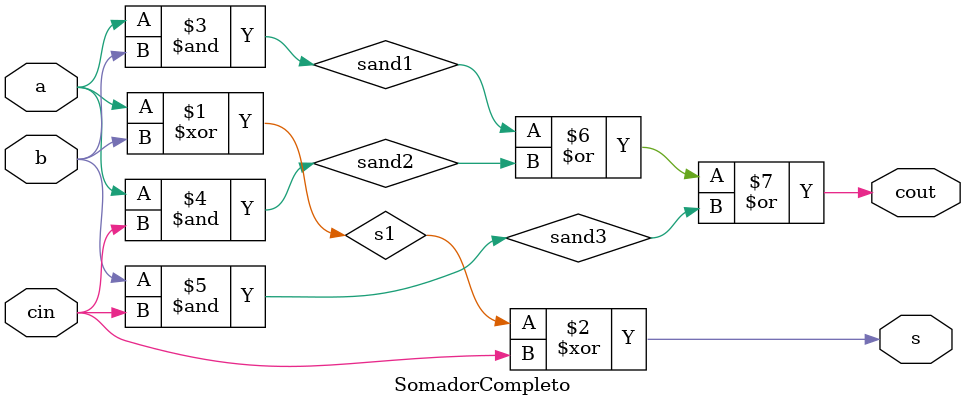
<source format=sv>
module SomadorCompleto(
    input a, b, cin,
    output s, cout
);

    assign s1 = a ^ b;
    assign s = s1 ^ cin;
    assign sand1 = a & b;
    assign sand2 = a & cin;
    assign sand3 = b & cin;
    assign cout = sand1|sand2|sand3;
endmodule
</source>
